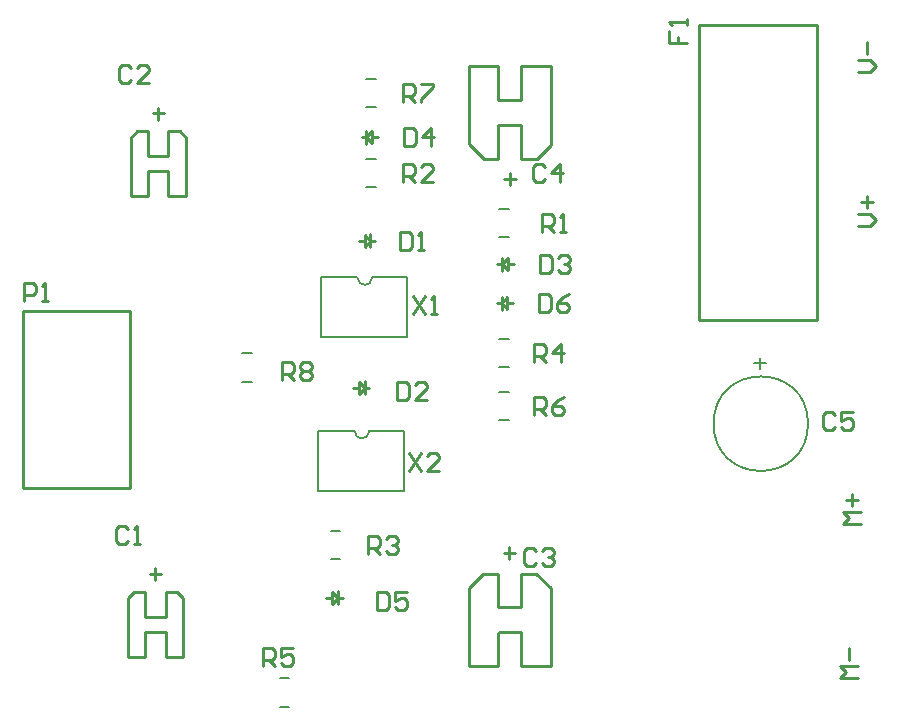
<source format=gbr>
%TF.GenerationSoftware,Altium Limited,Altium Designer,20.0.12 (288)*%
G04 Layer_Color=65535*
%FSLAX44Y44*%
%MOMM*%
%TF.FileFunction,Legend,Top*%
%TF.Part,Single*%
G01*
G75*
%TA.AperFunction,NonConductor*%
%ADD27C,0.2540*%
%ADD41C,0.2000*%
%ADD42C,0.1500*%
D27*
X390375Y605000D02*
X415250D01*
X390375Y539375D02*
Y605000D01*
X425500Y504750D02*
Y514750D01*
X420250Y509500D02*
X430250D01*
X434875Y577125D02*
Y605000D01*
X415250Y576750D02*
X434500D01*
X415250D02*
Y577125D01*
Y605000D01*
Y555250D02*
X434500D01*
X415250Y526875D02*
Y554750D01*
X434875Y527000D02*
Y555250D01*
X402875Y526875D02*
X414875D01*
X390375Y539375D02*
X402875Y526875D01*
X434875D02*
X446875D01*
X459702Y538750D02*
Y605000D01*
X434875D02*
X459702D01*
X446875Y526875D02*
X447827D01*
X459702Y538750D01*
X434750Y97500D02*
X459625D01*
Y163125D01*
X424500Y187750D02*
Y197750D01*
X419750Y193000D02*
X429750D01*
X415125Y97500D02*
Y125375D01*
X415500Y125750D02*
X434750D01*
Y125375D02*
Y125750D01*
Y97500D02*
Y125375D01*
X415500Y147250D02*
X434750D01*
Y147750D02*
Y175625D01*
X415125Y147250D02*
Y175500D01*
X435125Y175625D02*
X447125D01*
X459625Y163125D01*
X403125Y175625D02*
X415125D01*
X390298Y97500D02*
Y163750D01*
Y97500D02*
X415125D01*
X402173Y175625D02*
X403125D01*
X390298Y163750D02*
X402173Y175625D01*
X145500Y550000D02*
X151000Y544500D01*
X104000Y544750D02*
X109250Y550000D01*
X104000Y542500D02*
Y544750D01*
X109250Y550000D02*
X118750D01*
X104000Y495000D02*
Y542500D01*
X151000D02*
Y544500D01*
X136000Y550000D02*
X145500D01*
X151000Y495000D02*
Y542500D01*
X119000Y528750D02*
X136000D01*
Y550000D01*
X118750Y528750D02*
Y550000D01*
X122500Y565250D02*
X132500D01*
X127250Y560000D02*
Y570000D01*
X104000Y495000D02*
X119000D01*
X136000D02*
Y516250D01*
Y495000D02*
X151000D01*
X119000D02*
Y516250D01*
X136000D01*
X143000Y160000D02*
X148500Y154500D01*
X101500Y154750D02*
X106750Y160000D01*
X101500Y152500D02*
Y154750D01*
X106750Y160000D02*
X116250D01*
X101500Y105000D02*
Y152500D01*
X148500D02*
Y154500D01*
X133500Y160000D02*
X143000D01*
X148500Y105000D02*
Y152500D01*
X116500Y138750D02*
X133500D01*
Y160000D01*
X116250Y138750D02*
Y160000D01*
X120000Y175250D02*
X130000D01*
X124750Y170000D02*
Y180000D01*
X101500Y105000D02*
X116500D01*
X133500D02*
Y126250D01*
Y105000D02*
X148500D01*
X116500D02*
Y126250D01*
X133500D01*
X414500Y437500D02*
X418500D01*
Y431500D02*
Y442500D01*
X423500Y437500D02*
Y442500D01*
X418500Y437500D02*
X423500Y442500D01*
X418500Y437500D02*
X423500Y432500D01*
Y437500D01*
X428500D01*
X299500Y545000D02*
X303500D01*
Y539000D02*
Y550000D01*
X308500Y545000D02*
Y550000D01*
X303500Y545000D02*
X308500Y550000D01*
X303500Y545000D02*
X308500Y540000D01*
Y545000D01*
X313500D01*
X269500Y155000D02*
X274500D01*
Y160000D01*
X279500Y155000D01*
X274500Y150000D02*
X279500Y155000D01*
X274500Y150000D02*
Y155000D01*
X279500Y150000D02*
Y161000D01*
Y155000D02*
X283500D01*
X297000Y457500D02*
X302000D01*
Y462500D01*
X307000Y457500D01*
X302000Y452500D02*
X307000Y457500D01*
X302000Y452500D02*
Y457500D01*
X307000Y452500D02*
Y463500D01*
Y457500D02*
X311000D01*
X423000Y405000D02*
X428000D01*
X423000Y400000D02*
Y405000D01*
X418000D02*
X423000Y400000D01*
X418000Y405000D02*
X423000Y410000D01*
Y405000D02*
Y410000D01*
X418000Y399000D02*
Y410000D01*
X414000Y405000D02*
X418000D01*
X292000Y332500D02*
X297000D01*
Y337500D01*
X302000Y332500D01*
X297000Y327500D02*
X302000Y332500D01*
X297000Y327500D02*
Y332500D01*
X302000Y327500D02*
Y338500D01*
Y332500D02*
X306000D01*
X585000Y390000D02*
X685000D01*
Y640000D01*
X585000D02*
X685000D01*
X585000Y390000D02*
Y640000D01*
X12750Y397750D02*
X102750D01*
X103000Y247750D02*
Y397750D01*
X12750Y247750D02*
X102750D01*
X12750D02*
Y397750D01*
X719724Y600041D02*
X729880D01*
X734959Y605120D01*
X729880Y610198D01*
X719724D01*
X727341Y615276D02*
Y625433D01*
X719724Y470041D02*
X729880D01*
X734959Y475120D01*
X729880Y480198D01*
X719724D01*
X727341Y485276D02*
Y495433D01*
X722263Y490355D02*
X732419D01*
X719960Y87540D02*
X704725D01*
X709803Y92618D01*
X704725Y97697D01*
X719960D01*
X712343Y102775D02*
Y112932D01*
X722460Y217540D02*
X707225D01*
X712303Y222618D01*
X707225Y227697D01*
X722460D01*
X714842Y232775D02*
Y242932D01*
X709764Y237853D02*
X719921D01*
X699961Y310078D02*
X697422Y312618D01*
X692343D01*
X689804Y310078D01*
Y299922D01*
X692343Y297383D01*
X697422D01*
X699961Y299922D01*
X715196Y312618D02*
X705039D01*
Y305000D01*
X710117Y307539D01*
X712657D01*
X715196Y305000D01*
Y299922D01*
X712657Y297383D01*
X707578D01*
X705039Y299922D01*
X339804Y277617D02*
X349961Y262383D01*
Y277617D02*
X339804Y262383D01*
X365196D02*
X355039D01*
X365196Y272539D01*
Y275078D01*
X362657Y277617D01*
X357578D01*
X355039Y275078D01*
X343044Y410317D02*
X353200Y395082D01*
Y410317D02*
X343044Y395082D01*
X358279D02*
X363357D01*
X360818D01*
Y410317D01*
X358279Y407778D01*
X232304Y339882D02*
Y355117D01*
X239922D01*
X242461Y352578D01*
Y347500D01*
X239922Y344961D01*
X232304D01*
X237383D02*
X242461Y339882D01*
X247539Y352578D02*
X250078Y355117D01*
X255157D01*
X257696Y352578D01*
Y350039D01*
X255157Y347500D01*
X257696Y344961D01*
Y342422D01*
X255157Y339882D01*
X250078D01*
X247539Y342422D01*
Y344961D01*
X250078Y347500D01*
X247539Y350039D01*
Y352578D01*
X250078Y347500D02*
X255157D01*
X334804Y574883D02*
Y590117D01*
X342422D01*
X344961Y587578D01*
Y582500D01*
X342422Y579961D01*
X334804D01*
X339883D02*
X344961Y574883D01*
X350039Y590117D02*
X360196D01*
Y587578D01*
X350039Y577422D01*
Y574883D01*
X445804Y309882D02*
Y325117D01*
X453421D01*
X455961Y322578D01*
Y317500D01*
X453421Y314960D01*
X445804D01*
X450882D02*
X455961Y309882D01*
X471195Y325117D02*
X466117Y322578D01*
X461039Y317500D01*
Y312421D01*
X463578Y309882D01*
X468656D01*
X471195Y312421D01*
Y314960D01*
X468656Y317500D01*
X461039D01*
X216128Y97146D02*
Y112381D01*
X223745D01*
X226285Y109842D01*
Y104764D01*
X223745Y102225D01*
X216128D01*
X221206D02*
X226285Y97146D01*
X241520Y112381D02*
X231363D01*
Y104764D01*
X236441Y107303D01*
X238980D01*
X241520Y104764D01*
Y99685D01*
X238980Y97146D01*
X233902D01*
X231363Y99685D01*
X445804Y354883D02*
Y370118D01*
X453422D01*
X455961Y367579D01*
Y362500D01*
X453422Y359961D01*
X445804D01*
X450882D02*
X455961Y354883D01*
X468657D02*
Y370118D01*
X461039Y362500D01*
X471196D01*
X304804Y192383D02*
Y207617D01*
X312422D01*
X314961Y205078D01*
Y200000D01*
X312422Y197461D01*
X304804D01*
X309883D02*
X314961Y192383D01*
X320039Y205078D02*
X322578Y207617D01*
X327657D01*
X330196Y205078D01*
Y202539D01*
X327657Y200000D01*
X325118D01*
X327657D01*
X330196Y197461D01*
Y194922D01*
X327657Y192383D01*
X322578D01*
X320039Y194922D01*
X334804Y507382D02*
Y522617D01*
X342422D01*
X344961Y520078D01*
Y515000D01*
X342422Y512461D01*
X334804D01*
X339883D02*
X344961Y507382D01*
X360196D02*
X350039D01*
X360196Y517539D01*
Y520078D01*
X357657Y522617D01*
X352578D01*
X350039Y520078D01*
X452343Y464883D02*
Y480117D01*
X459961D01*
X462500Y477578D01*
Y472500D01*
X459961Y469961D01*
X452343D01*
X457422D02*
X462500Y464883D01*
X467578D02*
X472657D01*
X470118D01*
Y480117D01*
X467578Y477578D01*
X13894Y406522D02*
Y421757D01*
X21511D01*
X24051Y419218D01*
Y414139D01*
X21511Y411600D01*
X13894D01*
X29129Y406522D02*
X34207D01*
X31668D01*
Y421757D01*
X29129Y419218D01*
X559882Y635000D02*
Y624843D01*
X567500D01*
Y629922D01*
Y624843D01*
X575117D01*
Y640078D02*
Y645157D01*
Y642617D01*
X559882D01*
X562422Y640078D01*
X449305Y412617D02*
Y397383D01*
X456922D01*
X459461Y399922D01*
Y410078D01*
X456922Y412617D01*
X449305D01*
X474696D02*
X469618Y410078D01*
X464540Y405000D01*
Y399922D01*
X467079Y397383D01*
X472157D01*
X474696Y399922D01*
Y402461D01*
X472157Y405000D01*
X464540D01*
X312304Y160117D02*
Y144882D01*
X319922D01*
X322461Y147422D01*
Y157578D01*
X319922Y160117D01*
X312304D01*
X337696D02*
X327539D01*
Y152500D01*
X332617Y155039D01*
X335157D01*
X337696Y152500D01*
Y147422D01*
X335157Y144882D01*
X330078D01*
X327539Y147422D01*
X335304Y552617D02*
Y537382D01*
X342922D01*
X345461Y539921D01*
Y550078D01*
X342922Y552617D01*
X335304D01*
X358157Y537382D02*
Y552617D01*
X350539Y545000D01*
X360696D01*
X450304Y445117D02*
Y429883D01*
X457922D01*
X460461Y432422D01*
Y442578D01*
X457922Y445117D01*
X450304D01*
X465539Y442578D02*
X468078Y445117D01*
X473157D01*
X475696Y442578D01*
Y440039D01*
X473157Y437500D01*
X470618D01*
X473157D01*
X475696Y434961D01*
Y432422D01*
X473157Y429883D01*
X468078D01*
X465539Y432422D01*
X329804Y337617D02*
Y322383D01*
X337422D01*
X339961Y324922D01*
Y335078D01*
X337422Y337617D01*
X329804D01*
X355196Y322383D02*
X345039D01*
X355196Y332539D01*
Y335078D01*
X352657Y337617D01*
X347578D01*
X345039Y335078D01*
X332343Y465117D02*
Y449883D01*
X339961D01*
X342500Y452422D01*
Y462578D01*
X339961Y465117D01*
X332343D01*
X347578Y449883D02*
X352657D01*
X350118D01*
Y465117D01*
X347578Y462578D01*
X454961Y520078D02*
X452422Y522617D01*
X447343D01*
X444804Y520078D01*
Y509922D01*
X447343Y507383D01*
X452422D01*
X454961Y509922D01*
X467657Y507383D02*
Y522617D01*
X460039Y515000D01*
X470196D01*
X447461Y195078D02*
X444922Y197618D01*
X439843D01*
X437304Y195078D01*
Y184922D01*
X439843Y182383D01*
X444922D01*
X447461Y184922D01*
X452539Y195078D02*
X455078Y197618D01*
X460157D01*
X462696Y195078D01*
Y192539D01*
X460157Y190000D01*
X457617D01*
X460157D01*
X462696Y187461D01*
Y184922D01*
X460157Y182383D01*
X455078D01*
X452539Y184922D01*
X104013Y603592D02*
X101474Y606131D01*
X96395D01*
X93856Y603592D01*
Y593435D01*
X96395Y590896D01*
X101474D01*
X104013Y593435D01*
X119248Y590896D02*
X109091D01*
X119248Y601053D01*
Y603592D01*
X116709Y606131D01*
X111630D01*
X109091Y603592D01*
X101553Y213618D02*
X99014Y216157D01*
X93935D01*
X91396Y213618D01*
Y203461D01*
X93935Y200922D01*
X99014D01*
X101553Y203461D01*
X106631Y200922D02*
X111709D01*
X109170D01*
Y216157D01*
X106631Y213618D01*
D41*
X677500Y302500D02*
G03*
X677500Y302500I-40000J0D01*
G01*
X296020Y426200D02*
G03*
X308380Y426200I6180J0D01*
G01*
X293520Y296200D02*
G03*
X305880Y296200I6180J0D01*
G01*
X198500Y338000D02*
X206500D01*
X198500Y362001D02*
X206500D01*
X415999Y329500D02*
X423999D01*
X415999Y305500D02*
X423999D01*
X416000Y484500D02*
X424000D01*
X416000Y460500D02*
X424000D01*
X303500Y527000D02*
X311500D01*
X303500Y503000D02*
X311500D01*
X273500Y212000D02*
X281500D01*
X273500Y188000D02*
X281500D01*
X303500Y570500D02*
X311500D01*
X303500Y594500D02*
X311500D01*
X416000Y350500D02*
X424000D01*
X416000Y374500D02*
X424000D01*
X265200Y426550D02*
X296020D01*
X308380D02*
X338200D01*
Y375750D02*
Y426550D01*
X265200Y375750D02*
X338200D01*
X265200D02*
Y426550D01*
X262700Y296550D02*
X293520D01*
X305880D02*
X335700D01*
Y245750D02*
Y296550D01*
X262700Y245750D02*
X335700D01*
X262700D02*
Y296550D01*
X230000Y63000D02*
X238000D01*
X230000Y87000D02*
X238000D01*
D42*
X637002Y348500D02*
Y358497D01*
X632004Y353498D02*
X642001D01*
%TF.MD5,d210b5ac075c22a5046c909e16e91660*%
M02*

</source>
